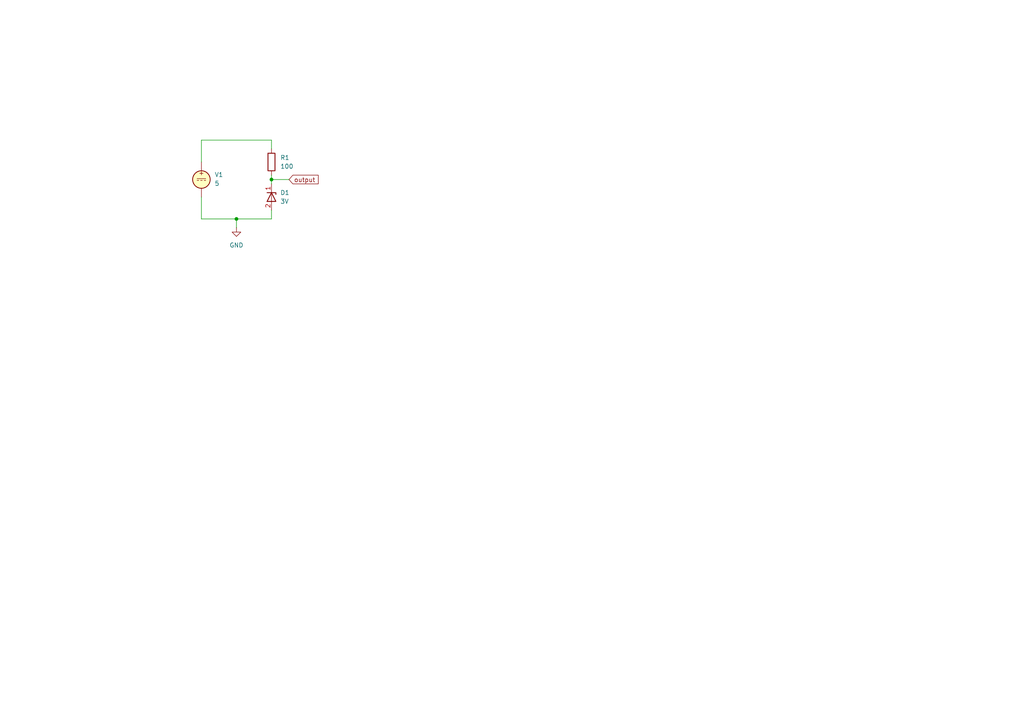
<source format=kicad_sch>
(kicad_sch (version 20231120) (generator "eeschema") (generator_version "8.0")
  (paper "A4")
  (lib_symbols
    (symbol "Device:D_Zener" (pin_names (offset 1.016) hide)
      (property "Reference" "D" (at 0 2.54 0))
      (property "Value" "D_Zener" (at 0 -2.54 0))
      (symbol "D_Zener_0_1"
        (polyline (pts (xy 1.27 0) (xy -1.27 0)))
        (polyline (pts (xy -1.27 -1.27) (xy -1.27 1.27) (xy -0.762 1.27)) (stroke (width 0.254)))
        (polyline (pts (xy 1.27 -1.27) (xy 1.27 1.27) (xy -1.27 0) (xy 1.27 -1.27)) (stroke (width 0.254)))
      )
      (symbol "D_Zener_1_1"
        (pin passive line (at -3.81 0 0) (length 2.54) (name "K") (number "1"))
        (pin passive line (at 3.81 0 180) (length 2.54) (name "A") (number "2"))
      )
    )
    (symbol "Device:R" (pin_numbers hide) (pin_names (offset 0))
      (property "Reference" "R" (at 2.032 0 90))
      (property "Value" "R" (at 0 0 90))
      (symbol "R_0_1"
        (rectangle (start -1.016 -2.54) (end 1.016 2.54) (stroke (width 0.254)))
      )
      (symbol "R_1_1"
        (pin passive line (at 0 3.81 270) (length 1.27) (name "~") (number "1"))
        (pin passive line (at 0 -3.81 90) (length 1.27) (name "~") (number "2"))
      )
    )
    (symbol "Simulation_SPICE:VDC" (pin_numbers hide) (pin_names (offset 0.0254))
      (property "Reference" "V" (at 2.54 2.54 0))
      (property "Value" "1" (at 2.54 0 0))
      (symbol "VDC_0_0"
        (polyline (pts (xy -1.27 0.254) (xy 1.27 0.254)))
        (polyline (pts (xy -0.762 -0.254) (xy -1.27 -0.254)))
        (polyline (pts (xy 0.254 -0.254) (xy -0.254 -0.254)))
        (polyline (pts (xy 1.27 -0.254) (xy 0.762 -0.254)))
        (text "+" (at 0 1.905 0) (effects (font (size 1.27 1.27))))
      )
      (symbol "VDC_0_1"
        (circle (center 0 0) (radius 2.54) (stroke (width 0.254)) (fill (type background)))
      )
      (symbol "VDC_1_1"
        (pin passive line (at 0 5.08 270) (length 2.54) (name "~") (number "1"))
        (pin passive line (at 0 -5.08 90) (length 2.54) (name "~") (number "2"))
      )
    )
    (symbol "power:GND" (power) (pin_numbers hide) (pin_names (offset 0) hide)
      (property "Value" "GND" (at 0 -3.81 0))
      (symbol "GND_0_1"
        (polyline (pts (xy 0 0) (xy 0 -1.27) (xy 1.27 -1.27) (xy 0 -2.54) (xy -1.27 -1.27) (xy 0 -1.27)))
      )
      (symbol "GND_1_1"
        (pin power_in line (at 0 0 270) (length 0) (name "~") (number "1"))
      )
    )
  )
  (junction (at 78.74 52.07))
  (junction (at 68.58 63.5))
  (wire (pts (xy 78.74 52.07) (xy 83.82 52.07)))
  (wire (pts (xy 78.74 63.5) (xy 68.58 63.5)))
  (wire (pts (xy 78.74 50.8) (xy 78.74 52.07)))
  (wire (pts (xy 78.74 43.18) (xy 78.74 40.64)))
  (wire (pts (xy 58.42 40.64) (xy 58.42 46.99)))
  (wire (pts (xy 78.74 40.64) (xy 58.42 40.64)))
  (wire (pts (xy 78.74 63.5) (xy 78.74 60.96)))
  (wire (pts (xy 78.74 52.07) (xy 78.74 53.34)))
  (wire (pts (xy 58.42 57.15) (xy 58.42 63.5)))
  (wire (pts (xy 68.58 63.5) (xy 68.58 66.04)))
  (wire (pts (xy 68.58 63.5) (xy 58.42 63.5)))
  (global_label "output" (shape input) (at 83.82 52.07 0) (property "Intersheetrefs" "${INTERSHEET_REFS}" (effects (hide yes))))
  (symbol (lib_id "Device:D_Zener") (at 78.74 57.15 270) (unit 1)
    (property "Reference" "D1" (at 81.28 55.8799 90) (effects (justify left)))
    (property "Value" "3V" (at 81.28 58.4199 90) (effects (justify left)))
    (property "Description" "Zener diode" (effects (hide yes)))
    (property "Sim.Device" "D" (effects (hide yes)))
    (property "Sim.Pins" "1=K 2=A" (effects (hide yes)))
    (property "Sim.Params" "bv=3" (effects (hide yes)))
  )
  (symbol (lib_id "Simulation_SPICE:VDC") (at 58.42 52.07 0) (unit 1)
    (property "Reference" "V1" (at 62.23 50.6701 0) (effects (justify left)))
    (property "Value" "5" (at 62.23 53.2101 0) (effects (justify left)))
    (property "Datasheet" "https://ngspice.sourceforge.io/docs/ngspice-html-manual/manual.xhtml#sec_Independent_Sources_for" (effects (hide yes)))
    (property "Description" "Voltage source, DC" (effects (hide yes)))
    (property "Sim.Pins" "1=+ 2=-" (effects (hide yes)))
    (property "Sim.Type" "DC" (effects (hide yes)))
    (property "Sim.Device" "V" (effects (hide yes)))
  )
  (symbol (lib_id "Device:R") (at 78.74 46.99 180) (unit 1)
    (property "Reference" "R1" (at 81.28 45.7199 0) (effects (justify right)))
    (property "Value" "100" (at 81.28 48.2599 0) (effects (justify right)))
    (property "Description" "Resistor" (effects (hide yes)))
  )
  (symbol (lib_id "power:GND") (at 68.58 66.04 0) (unit 1)
    (property "Reference" "#PWR01" (effects (hide yes)))
    (property "Value" "GND" (at 68.58 71.12 0))
    (property "Description" "Power symbol creates a global label with name \"GND\" , ground" (effects (hide yes)))
  )
)
</source>
